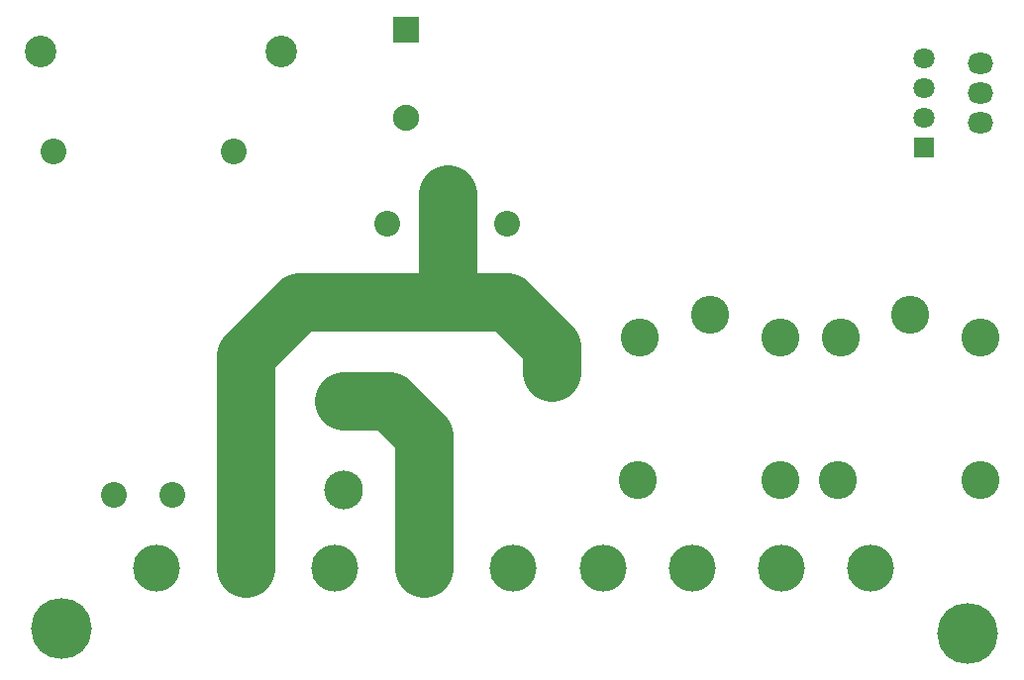
<source format=gbr>
G04*
G04 #@! TF.GenerationSoftware,Altium Limited,Altium Designer,25.0.2 (28)*
G04*
G04 Layer_Color=16711935*
%FSTAX25Y25*%
%MOIN*%
G70*
G04*
G04 #@! TF.SameCoordinates,1D9F657F-D979-4B8D-A71A-BEDC461EC683*
G04*
G04*
G04 #@! TF.FilePolarity,Negative*
G04*
G01*
G75*
%ADD41R,0.08800X0.08800*%
%ADD42C,0.08800*%
%ADD43C,0.15761*%
%ADD44C,0.08674*%
%ADD45C,0.13068*%
%ADD46R,0.07099X0.07099*%
%ADD47C,0.07099*%
%ADD48C,0.10642*%
%ADD49C,0.12800*%
%ADD50C,0.20485*%
%ADD51C,0.02769*%
%ADD52O,0.08674X0.07099*%
%ADD56C,0.19685*%
D41*
X0135059Y0235492D02*
D03*
D42*
Y0205571D02*
D03*
D43*
X0051059Y0054031D02*
D03*
X0081059D02*
D03*
X0111059D02*
D03*
X0141059D02*
D03*
X0171059D02*
D03*
X0201559D02*
D03*
X0231559D02*
D03*
X0261559D02*
D03*
X0291559D02*
D03*
D44*
X0036874Y0078531D02*
D03*
X0056559D02*
D03*
X0016402Y019428D02*
D03*
X0077031D02*
D03*
X0128941Y0170031D02*
D03*
X0169098D02*
D03*
D45*
X011398Y0080268D02*
D03*
X0184059Y0120031D02*
D03*
X011398Y0110189D02*
D03*
X014902Y0179874D02*
D03*
D46*
X0309559Y0195531D02*
D03*
D47*
Y0205532D02*
D03*
Y0225532D02*
D03*
Y0215531D02*
D03*
D48*
X0012008Y0228031D02*
D03*
X009311D02*
D03*
D49*
X0237437Y0139437D02*
D03*
X0261059Y0083531D02*
D03*
X0213059Y0083531D02*
D03*
X0261059Y0131563D02*
D03*
X0213815D02*
D03*
X0304937Y0139437D02*
D03*
X0328559Y0083531D02*
D03*
X0280559D02*
D03*
X0328559Y0131563D02*
D03*
X0281315D02*
D03*
D50*
X0324008Y0032033D02*
D03*
X0019059Y0033531D02*
D03*
D51*
X0332008Y0030033D02*
D03*
X0331079Y0036275D02*
D03*
X0326008Y0040033D02*
D03*
X0319765Y0039104D02*
D03*
X0316008Y0034033D02*
D03*
X0316937Y002779D02*
D03*
X0322008Y0024033D02*
D03*
X0328251Y0024962D02*
D03*
X0027059Y0031532D02*
D03*
X002613Y0037774D02*
D03*
X0021059Y0041532D02*
D03*
X0014816Y0040603D02*
D03*
X0011059Y0035531D02*
D03*
X0011988Y0029289D02*
D03*
X0017059Y0025532D02*
D03*
X0023302Y002646D02*
D03*
D52*
X0328559Y0224031D02*
D03*
Y0214032D02*
D03*
Y0204031D02*
D03*
D56*
X0081059Y0078531D02*
Y0125531D01*
X0149559Y0143532D02*
X0169059D01*
X0184059Y0128532D01*
Y0120031D02*
Y0128532D01*
X0141059Y0054031D02*
Y0098658D01*
X011398Y0110189D02*
X0129528D01*
X0141059Y0098658D01*
X0081059Y0071031D02*
Y0078531D01*
X0099059Y0143532D02*
X0149559D01*
X0081059Y0125531D02*
X0099059Y0143532D01*
X014902Y0144071D02*
Y0179874D01*
X0081059Y0054031D02*
Y0071031D01*
M02*

</source>
